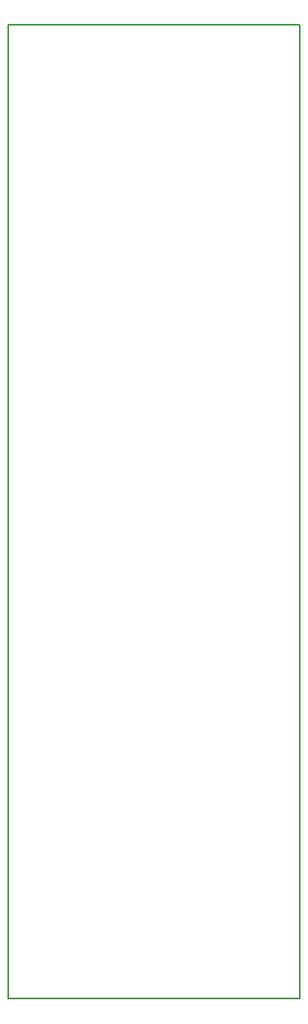
<source format=gbr>
%TF.GenerationSoftware,Altium Limited,Altium Designer,24.3.1 (35)*%
G04 Layer_Color=32896*
%FSLAX45Y45*%
%MOMM*%
%TF.SameCoordinates,0FFCB549-CC09-4AA2-A398-349E3E2AD51F*%
%TF.FilePolarity,Positive*%
%TF.FileFunction,Other,Board*%
%TF.Part,Single*%
G01*
G75*
%TA.AperFunction,NonConductor*%
%ADD25C,0.20000*%
D25*
X0Y0D02*
Y10000000D01*
Y0D02*
X3000000D01*
Y10000000D01*
X0D02*
X3000000D01*
%TF.MD5,6b24cd9c7bfa14608f154596a0075e0c*%
M02*

</source>
